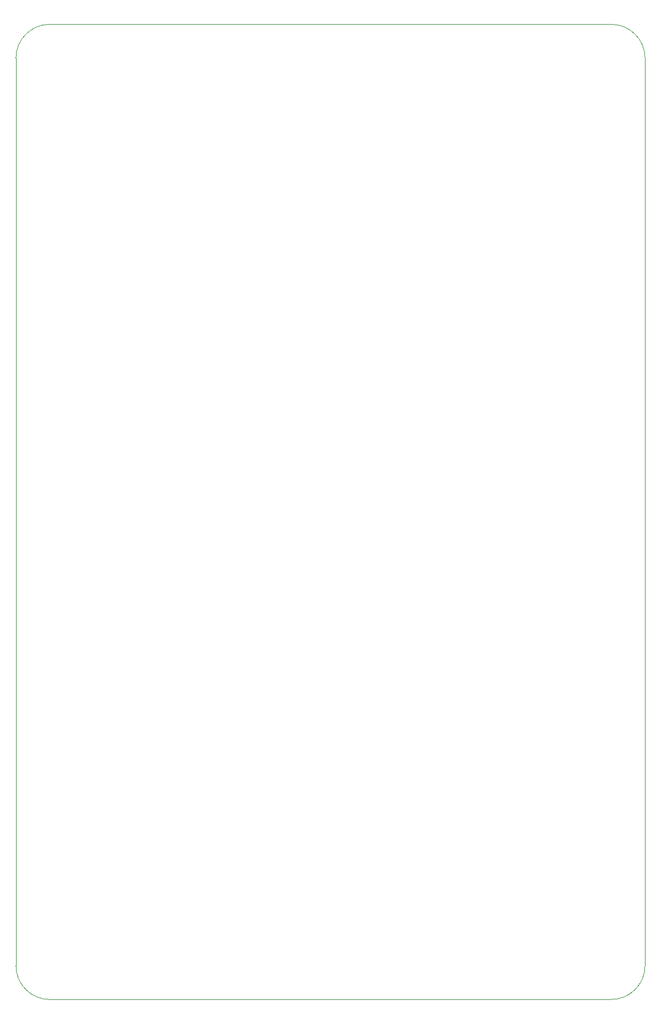
<source format=gbr>
G04 #@! TF.GenerationSoftware,KiCad,Pcbnew,(5.1.5)-3*
G04 #@! TF.CreationDate,2020-02-27T12:36:48+00:00*
G04 #@! TF.ProjectId,midi fader alps 100mm,6d696469-2066-4616-9465-7220616c7073,rev?*
G04 #@! TF.SameCoordinates,Original*
G04 #@! TF.FileFunction,Profile,NP*
%FSLAX46Y46*%
G04 Gerber Fmt 4.6, Leading zero omitted, Abs format (unit mm)*
G04 Created by KiCad (PCBNEW (5.1.5)-3) date 2020-02-27 12:36:48*
%MOMM*%
%LPD*%
G04 APERTURE LIST*
%ADD10C,0.050000*%
G04 APERTURE END LIST*
D10*
X308000000Y-47000000D02*
G75*
G02X313000000Y-52000000I0J-5000000D01*
G01*
X313000000Y-186000000D02*
G75*
G02X308000000Y-191000000I-5000000J0D01*
G01*
X220000000Y-186000000D02*
X220000000Y-52000000D01*
X308000000Y-191000000D02*
X225000000Y-191000000D01*
X308000000Y-47000000D02*
X225000000Y-47000000D01*
X313000000Y-186000000D02*
X313000000Y-52000000D01*
X225000000Y-191000000D02*
G75*
G02X220000000Y-186000000I0J5000000D01*
G01*
X220000000Y-52000000D02*
G75*
G02X225000000Y-47000000I5000000J0D01*
G01*
M02*

</source>
